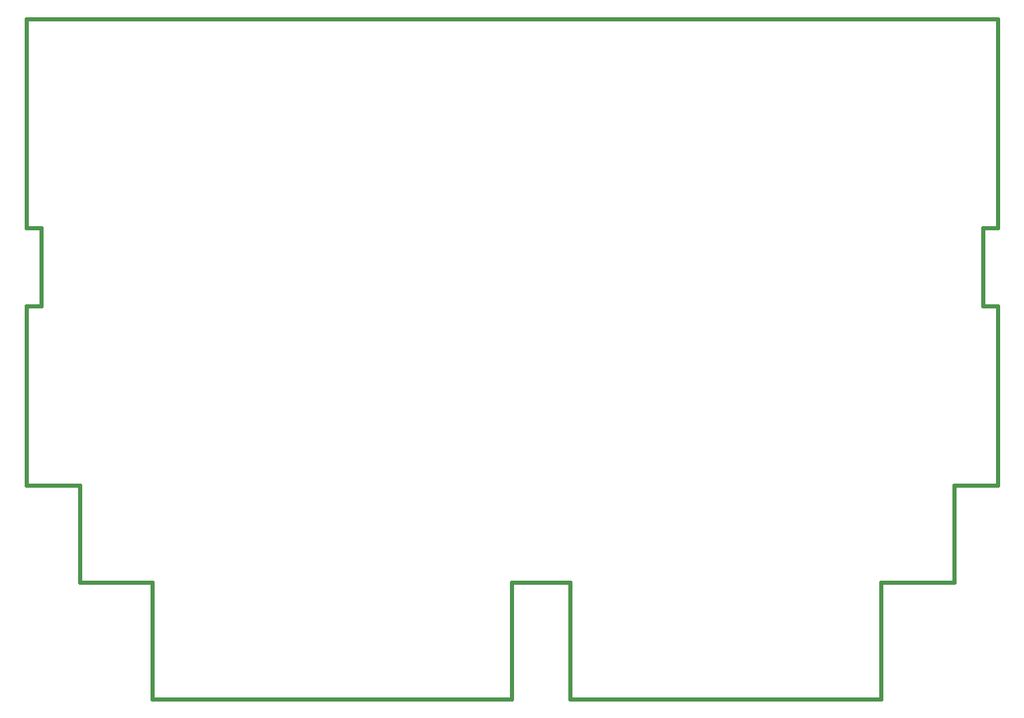
<source format=gbr>
G04 #@! TF.FileFunction,*
%FSLAX46Y46*%
G04 Gerber Fmt 4.6, Leading zero omitted, Abs format (unit mm)*
G04 Created by KiCad (PCBNEW (after 2015-mar-04 BZR unknown)-product) date 06.06.2015 0:15:16*
%MOMM*%
G01*
G04 APERTURE LIST*
%ADD10C,0.150000*%
%ADD11C,0.381000*%
G04 APERTURE END LIST*
D10*
D11*
X126857760Y-109781340D02*
X125356620Y-109781340D01*
X126857760Y-88280240D02*
X126857760Y-109781340D01*
X26857960Y-88280240D02*
X126857760Y-88280240D01*
X126857760Y-136281160D02*
X122356880Y-136281160D01*
X125356620Y-117779800D02*
X126857760Y-117779800D01*
X126857760Y-136281160D02*
X126857760Y-117779800D01*
X26857960Y-109781340D02*
X28356560Y-109781340D01*
X26857960Y-109781340D02*
X26857960Y-88280240D01*
X26857960Y-117779800D02*
X28356560Y-117779800D01*
X26857960Y-136281160D02*
X32357060Y-136281160D01*
X26857960Y-136281160D02*
X26857960Y-117779800D01*
X39855140Y-146281140D02*
X39855140Y-158280100D01*
X32354520Y-146281140D02*
X39855140Y-146281140D01*
X32354520Y-136281160D02*
X32354520Y-146281140D01*
X28354020Y-109781340D02*
X28354020Y-117779800D01*
X125354080Y-117779800D02*
X125354080Y-109781340D01*
X122354340Y-146281140D02*
X122354340Y-136281160D01*
X114853720Y-146281140D02*
X122354340Y-146281140D01*
X114853720Y-158280100D02*
X114853720Y-146281140D01*
X82854800Y-158280100D02*
X114853720Y-158280100D01*
X82854800Y-146281140D02*
X82854800Y-158280100D01*
X76855320Y-146281140D02*
X82854800Y-146281140D01*
X76855320Y-158280100D02*
X76855320Y-146281140D01*
X39855140Y-158280100D02*
X76855320Y-158280100D01*
M02*

</source>
